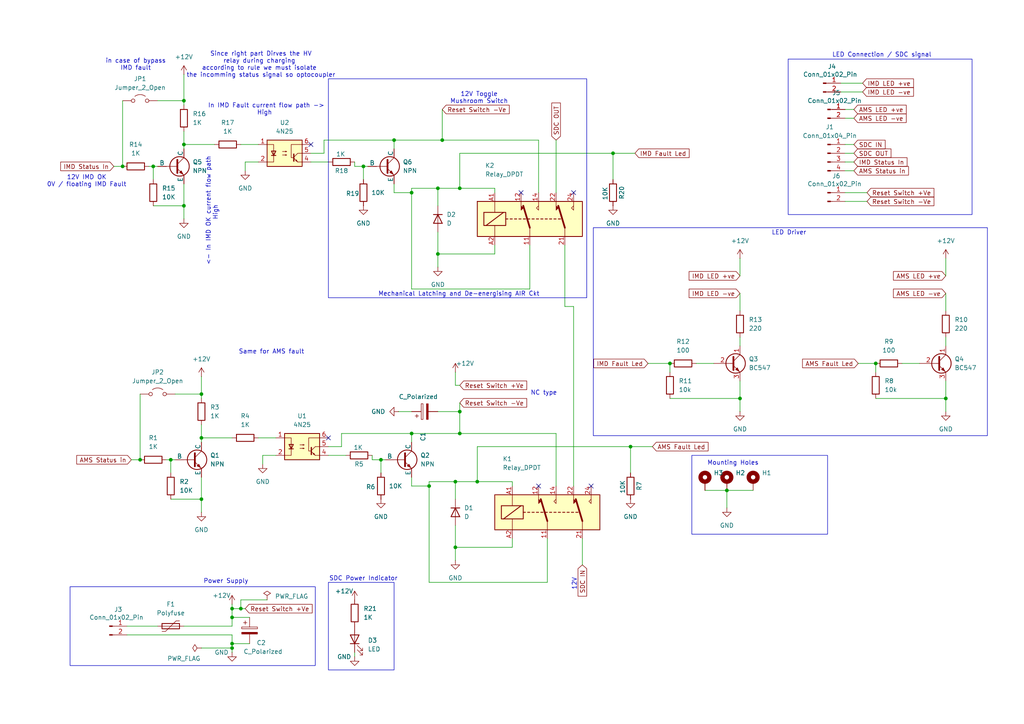
<source format=kicad_sch>
(kicad_sch (version 20231120) (generator "eeschema") (generator_version "8.0")
  (paper "A4")
  (title_block (title "Team Urja SDC 2024") (date "2024-09-06") (rev "V1") (company "Kathmandu University"))
  (lib_symbols
    (symbol "Connector:Conn_01x02_Pin" (pin_names (offset 1.016) hide)
      (property "Reference" "J" (at 0 2.54 0))
      (property "Value" "Conn_01x02_Pin" (at 0 -5.08 0))
      (symbol "Conn_01x02_Pin_1_1"
        (polyline (pts (xy 1.27 -2.54) (xy 0.8636 -2.54)) (stroke (width 0.1524)))
        (polyline (pts (xy 1.27 0) (xy 0.8636 0)) (stroke (width 0.1524)))
        (rectangle (start 0.8636 -2.413) (end 0 -2.667) (stroke (width 0.1524)) (fill (type outline)))
        (rectangle (start 0.8636 0.127) (end 0 -0.127) (stroke (width 0.1524)) (fill (type outline)))
        (pin passive line (at 5.08 0 180) (length 3.81) (name "Pin_1") (number "1"))
        (pin passive line (at 5.08 -2.54 180) (length 3.81) (name "Pin_2") (number "2"))
      )
    )
    (symbol "Connector:Conn_01x04_Pin" (pin_names (offset 1.016) hide)
      (property "Reference" "J" (at 0 5.08 0))
      (property "Value" "Conn_01x04_Pin" (at 0 -7.62 0))
      (symbol "Conn_01x04_Pin_1_1"
        (polyline (pts (xy 1.27 -5.08) (xy 0.8636 -5.08)) (stroke (width 0.1524)))
        (polyline (pts (xy 1.27 -2.54) (xy 0.8636 -2.54)) (stroke (width 0.1524)))
        (polyline (pts (xy 1.27 0) (xy 0.8636 0)) (stroke (width 0.1524)))
        (polyline (pts (xy 1.27 2.54) (xy 0.8636 2.54)) (stroke (width 0.1524)))
        (rectangle (start 0.8636 -4.953) (end 0 -5.207) (stroke (width 0.1524)) (fill (type outline)))
        (rectangle (start 0.8636 -2.413) (end 0 -2.667) (stroke (width 0.1524)) (fill (type outline)))
        (rectangle (start 0.8636 0.127) (end 0 -0.127) (stroke (width 0.1524)) (fill (type outline)))
        (rectangle (start 0.8636 2.667) (end 0 2.413) (stroke (width 0.1524)) (fill (type outline)))
        (pin passive line (at 5.08 2.54 180) (length 3.81) (name "Pin_1") (number "1"))
        (pin passive line (at 5.08 0 180) (length 3.81) (name "Pin_2") (number "2"))
        (pin passive line (at 5.08 -2.54 180) (length 3.81) (name "Pin_3") (number "3"))
        (pin passive line (at 5.08 -5.08 180) (length 3.81) (name "Pin_4") (number "4"))
      )
    )
    (symbol "Device:C_Polarized" (pin_numbers hide) (pin_names (offset 0.254))
      (property "Reference" "C" (at 0.635 2.54 0))
      (property "Value" "C_Polarized" (at 0.635 -2.54 0))
      (symbol "C_Polarized_0_1"
        (rectangle (start -2.286 0.508) (end 2.286 1.016))
        (polyline (pts (xy -1.778 2.286) (xy -0.762 2.286)))
        (polyline (pts (xy -1.27 2.794) (xy -1.27 1.778)))
        (rectangle (start 2.286 -0.508) (end -2.286 -1.016) (fill (type outline)))
      )
      (symbol "C_Polarized_1_1"
        (pin passive line (at 0 3.81 270) (length 2.794) (name "~") (number "1"))
        (pin passive line (at 0 -3.81 90) (length 2.794) (name "~") (number "2"))
      )
    )
    (symbol "Device:D" (pin_numbers hide) (pin_names (offset 1.016) hide)
      (property "Reference" "D" (at 0 2.54 0))
      (property "Value" "D" (at 0 -2.54 0))
      (symbol "D_0_1"
        (polyline (pts (xy -1.27 1.27) (xy -1.27 -1.27)) (stroke (width 0.254)))
        (polyline (pts (xy 1.27 0) (xy -1.27 0)))
        (polyline (pts (xy 1.27 1.27) (xy 1.27 -1.27) (xy -1.27 0) (xy 1.27 1.27)) (stroke (width 0.254)))
      )
      (symbol "D_1_1"
        (pin passive line (at -3.81 0 0) (length 2.54) (name "K") (number "1"))
        (pin passive line (at 3.81 0 180) (length 2.54) (name "A") (number "2"))
      )
    )
    (symbol "Device:LED" (pin_numbers hide) (pin_names (offset 1.016) hide)
      (property "Reference" "D" (at 0 2.54 0))
      (property "Value" "LED" (at 0 -2.54 0))
      (symbol "LED_0_1"
        (polyline (pts (xy -1.27 -1.27) (xy -1.27 1.27)) (stroke (width 0.254)))
        (polyline (pts (xy -1.27 0) (xy 1.27 0)))
        (polyline (pts (xy 1.27 -1.27) (xy 1.27 1.27) (xy -1.27 0) (xy 1.27 -1.27)) (stroke (width 0.254)))
        (polyline (pts (xy -3.048 -0.762) (xy -4.572 -2.286) (xy -3.81 -2.286) (xy -4.572 -2.286) (xy -4.572 -1.524)))
        (polyline (pts (xy -1.778 -0.762) (xy -3.302 -2.286) (xy -2.54 -2.286) (xy -3.302 -2.286) (xy -3.302 -1.524)))
      )
      (symbol "LED_1_1"
        (pin passive line (at -3.81 0 0) (length 2.54) (name "K") (number "1"))
        (pin passive line (at 3.81 0 180) (length 2.54) (name "A") (number "2"))
      )
    )
    (symbol "Device:Polyfuse" (pin_numbers hide) (pin_names (offset 0))
      (property "Reference" "F" (at -2.54 0 90))
      (property "Value" "Polyfuse" (at 2.54 0 90))
      (symbol "Polyfuse_0_1"
        (rectangle (start -0.762 2.54) (end 0.762 -2.54) (stroke (width 0.254)))
        (polyline (pts (xy 0 2.54) (xy 0 -2.54)))
        (polyline (pts (xy -1.524 2.54) (xy -1.524 1.524) (xy 1.524 -1.524) (xy 1.524 -2.54)))
      )
      (symbol "Polyfuse_1_1"
        (pin passive line (at 0 3.81 270) (length 1.27) (name "~") (number "1"))
        (pin passive line (at 0 -3.81 90) (length 1.27) (name "~") (number "2"))
      )
    )
    (symbol "Device:R" (pin_numbers hide) (pin_names (offset 0))
      (property "Reference" "R" (at 2.032 0 90))
      (property "Value" "R" (at 0 0 90))
      (symbol "R_0_1"
        (rectangle (start -1.016 -2.54) (end 1.016 2.54) (stroke (width 0.254)))
      )
      (symbol "R_1_1"
        (pin passive line (at 0 3.81 270) (length 1.27) (name "~") (number "1"))
        (pin passive line (at 0 -3.81 90) (length 1.27) (name "~") (number "2"))
      )
    )
    (symbol "Isolator:4N25" (pin_names (offset 1.016))
      (property "Reference" "U" (at -5.08 5.08 0))
      (property "Value" "4N25" (at 0 5.08 0))
      (symbol "4N25_0_1"
        (rectangle (start -5.08 3.81) (end 5.08 -3.81) (stroke (width 0.254)) (fill (type background)))
        (polyline (pts (xy -3.81 -0.635) (xy -2.54 -0.635)) (stroke (width 0.254)))
        (polyline (pts (xy 2.667 -1.397) (xy 3.81 -2.54)))
        (polyline (pts (xy 2.667 -1.143) (xy 3.81 0)))
        (polyline (pts (xy 3.81 -2.54) (xy 5.08 -2.54)))
        (polyline (pts (xy 3.81 0) (xy 5.08 0)))
        (polyline (pts (xy 2.667 -0.254) (xy 2.667 -2.286) (xy 2.667 -2.286)) (stroke (width 0.3556)))
        (polyline (pts (xy -5.08 -2.54) (xy -3.175 -2.54) (xy -3.175 2.54) (xy -5.08 2.54)))
        (polyline (pts (xy -3.175 -0.635) (xy -3.81 0.635) (xy -2.54 0.635) (xy -3.175 -0.635)) (stroke (width 0.254)))
        (polyline (pts (xy 3.683 -2.413) (xy 3.429 -1.905) (xy 3.175 -2.159) (xy 3.683 -2.413)))
        (polyline (pts (xy 5.08 2.54) (xy 1.905 2.54) (xy 1.905 -1.27) (xy 2.54 -1.27)))
        (polyline (pts (xy -0.635 -0.508) (xy 0.635 -0.508) (xy 0.254 -0.635) (xy 0.254 -0.381) (xy 0.635 -0.508)))
        (polyline (pts (xy -0.635 0.508) (xy 0.635 0.508) (xy 0.254 0.381) (xy 0.254 0.635) (xy 0.635 0.508)))
      )
      (symbol "4N25_1_1"
        (pin passive line (at -7.62 2.54 0) (length 2.54) (name "~") (number "1"))
        (pin passive line (at -7.62 -2.54 0) (length 2.54) (name "~") (number "2"))
        (pin no_connect line (at -5.08 0 0) (length 2.54) hide (name "NC") (number "3"))
        (pin passive line (at 7.62 -2.54 180) (length 2.54) (name "~") (number "4"))
        (pin passive line (at 7.62 0 180) (length 2.54) (name "~") (number "5"))
        (pin passive line (at 7.62 2.54 180) (length 2.54) (name "~") (number "6"))
      )
    )
    (symbol "Jumper:Jumper_2_Open" (pin_numbers hide) (pin_names (offset 0) hide) (exclude_from_sim yes)
      (property "Reference" "JP" (at 0 2.794 0))
      (property "Value" "Jumper_2_Open" (at 0 -2.286 0))
      (symbol "Jumper_2_Open_0_0"
        (circle (center -2.032 0) (radius 0.508))
        (circle (center 2.032 0) (radius 0.508))
      )
      (symbol "Jumper_2_Open_0_1"
        (arc (start 1.524 1.27) (mid 0 1.778) (end -1.524 1.27))
      )
      (symbol "Jumper_2_Open_1_1"
        (pin passive line (at -5.08 0 0) (length 2.54) (name "A") (number "1"))
        (pin passive line (at 5.08 0 180) (length 2.54) (name "B") (number "2"))
      )
    )
    (symbol "Mechanical:MountingHole_Pad" (pin_numbers hide) (pin_names (offset 1.016) hide) (exclude_from_sim yes) (in_bom no)
      (property "Reference" "H" (at 0 6.35 0))
      (property "Value" "MountingHole_Pad" (at 0 4.445 0))
      (symbol "MountingHole_Pad_0_1"
        (circle (center 0 1.27) (radius 1.27) (stroke (width 1.27)))
      )
      (symbol "MountingHole_Pad_1_1"
        (pin input line (at 0 -2.54 90) (length 2.54) (name "1") (number "1"))
      )
    )
    (symbol "Relay:Relay_DPDT"
      (property "Reference" "K" (at 16.51 3.81 0))
      (property "Value" "Relay_DPDT" (at 16.51 1.27 0))
      (symbol "Relay_DPDT_0_1"
        (rectangle (start -15.24 5.08) (end 15.24 -5.08) (stroke (width 0.254)) (fill (type background)))
        (rectangle (start -13.335 1.905) (end -6.985 -1.905) (stroke (width 0.254)))
        (polyline (pts (xy -12.7 -1.905) (xy -7.62 1.905)) (stroke (width 0.254)))
        (polyline (pts (xy -10.16 -5.08) (xy -10.16 -1.905)))
        (polyline (pts (xy -10.16 5.08) (xy -10.16 1.905)))
        (polyline (pts (xy -6.985 0) (xy -6.35 0)) (stroke (width 0.254)))
        (polyline (pts (xy -5.715 0) (xy -5.08 0)) (stroke (width 0.254)))
        (polyline (pts (xy -4.445 0) (xy -3.81 0)) (stroke (width 0.254)))
        (polyline (pts (xy -3.175 0) (xy -2.54 0)) (stroke (width 0.254)))
        (polyline (pts (xy -1.905 0) (xy -1.27 0)) (stroke (width 0.254)))
        (polyline (pts (xy -0.635 0) (xy 0 0)) (stroke (width 0.254)))
        (polyline (pts (xy 0 -2.54) (xy -1.905 3.81)) (stroke (width 0.508)))
        (polyline (pts (xy 0 -2.54) (xy 0 -5.08)))
        (polyline (pts (xy 0.635 0) (xy 1.27 0)) (stroke (width 0.254)))
        (polyline (pts (xy 1.905 0) (xy 2.54 0)) (stroke (width 0.254)))
        (polyline (pts (xy 3.175 0) (xy 3.81 0)) (stroke (width 0.254)))
        (polyline (pts (xy 4.445 0) (xy 5.08 0)) (stroke (width 0.254)))
        (polyline (pts (xy 5.715 0) (xy 6.35 0)) (stroke (width 0.254)))
        (polyline (pts (xy 6.985 0) (xy 7.62 0)) (stroke (width 0.254)))
        (polyline (pts (xy 8.255 0) (xy 8.89 0)) (stroke (width 0.254)))
        (polyline (pts (xy 10.16 -2.54) (xy 8.255 3.81)) (stroke (width 0.508)))
        (polyline (pts (xy 10.16 -2.54) (xy 10.16 -5.08)))
        (polyline (pts (xy -2.54 5.08) (xy -2.54 2.54) (xy -1.905 3.175) (xy -2.54 3.81)) (fill (type outline)))
        (polyline (pts (xy 2.54 5.08) (xy 2.54 2.54) (xy 1.905 3.175) (xy 2.54 3.81)))
        (polyline (pts (xy 7.62 5.08) (xy 7.62 2.54) (xy 8.255 3.175) (xy 7.62 3.81)) (fill (type outline)))
        (polyline (pts (xy 12.7 5.08) (xy 12.7 2.54) (xy 12.065 3.175) (xy 12.7 3.81)))
      )
      (symbol "Relay_DPDT_1_1"
        (pin passive line (at 0 -7.62 90) (length 2.54) (name "~") (number "11"))
        (pin passive line (at -2.54 7.62 270) (length 2.54) (name "~") (number "12"))
        (pin passive line (at 2.54 7.62 270) (length 2.54) (name "~") (number "14"))
        (pin passive line (at 10.16 -7.62 90) (length 2.54) (name "~") (number "21"))
        (pin passive line (at 7.62 7.62 270) (length 2.54) (name "~") (number "22"))
        (pin passive line (at 12.7 7.62 270) (length 2.54) (name "~") (number "24"))
        (pin passive line (at -10.16 7.62 270) (length 2.54) (name "~") (number "A1"))
        (pin passive line (at -10.16 -7.62 90) (length 2.54) (name "~") (number "A2"))
      )
    )
    (symbol "Simulation_SPICE:NPN" (pin_numbers hide) (pin_names (offset 0))
      (property "Reference" "Q" (at -2.54 7.62 0))
      (property "Value" "NPN" (at -2.54 5.08 0))
      (symbol "NPN_0_1"
        (polyline (pts (xy -2.54 0) (xy 0.635 0)) (stroke (width 0.1524)))
        (polyline (pts (xy 0.635 0.635) (xy 2.54 2.54)))
        (polyline (pts (xy 2.794 -1.27) (xy 2.794 -1.27)) (stroke (width 0.1524)))
        (polyline (pts (xy 2.794 -1.27) (xy 2.794 -1.27)) (stroke (width 0.1524)))
        (polyline (pts (xy 0.635 -0.635) (xy 2.54 -2.54) (xy 2.54 -2.54)))
        (polyline (pts (xy 0.635 1.905) (xy 0.635 -1.905) (xy 0.635 -1.905)) (stroke (width 0.508)))
        (polyline (pts (xy 1.27 -1.778) (xy 1.778 -1.27) (xy 2.286 -2.286) (xy 1.27 -1.778) (xy 1.27 -1.778)) (fill (type outline)))
        (circle (center 1.27 0) (radius 2.8194) (stroke (width 0.254)))
      )
      (symbol "NPN_1_1"
        (pin open_collector line (at 2.54 5.08 270) (length 2.54) (name "C") (number "1"))
        (pin input line (at -5.08 0 0) (length 2.54) (name "B") (number "2"))
        (pin open_emitter line (at 2.54 -5.08 90) (length 2.54) (name "E") (number "3"))
      )
    )
    (symbol "Transistor_BJT:BC547" (pin_names (offset 0) hide)
      (property "Reference" "Q" (at 5.08 1.905 0))
      (property "Value" "BC547" (at 5.08 0 0))
      (symbol "BC547_0_1"
        (polyline (pts (xy 0 0) (xy 0.635 0)))
        (polyline (pts (xy 0.635 0.635) (xy 2.54 2.54)))
        (polyline (pts (xy 0.635 -0.635) (xy 2.54 -2.54) (xy 2.54 -2.54)))
        (polyline (pts (xy 0.635 1.905) (xy 0.635 -1.905) (xy 0.635 -1.905)) (stroke (width 0.508)))
        (polyline (pts (xy 1.27 -1.778) (xy 1.778 -1.27) (xy 2.286 -2.286) (xy 1.27 -1.778) (xy 1.27 -1.778)) (fill (type outline)))
        (circle (center 1.27 0) (radius 2.8194) (stroke (width 0.254)))
      )
      (symbol "BC547_1_1"
        (pin passive line (at 2.54 5.08 270) (length 2.54) (name "C") (number "1"))
        (pin input line (at -5.08 0 0) (length 5.08) (name "B") (number "2"))
        (pin passive line (at 2.54 -5.08 90) (length 2.54) (name "E") (number "3"))
      )
    )
    (symbol "power:+12V" (power) (pin_numbers hide) (pin_names (offset 0) hide)
      (property "Value" "+12V" (at 0 3.556 0))
      (symbol "+12V_0_1"
        (polyline (pts (xy -0.762 1.27) (xy 0 2.54)))
        (polyline (pts (xy 0 0) (xy 0 2.54)))
        (polyline (pts (xy 0 2.54) (xy 0.762 1.27)))
      )
      (symbol "+12V_1_1"
        (pin power_in line (at 0 0 90) (length 0) (name "~") (number "1"))
      )
    )
    (symbol "power:GND" (power) (pin_numbers hide) (pin_names (offset 0) hide)
      (property "Value" "GND" (at 0 -3.81 0))
      (symbol "GND_0_1"
        (polyline (pts (xy 0 0) (xy 0 -1.27) (xy 1.27 -1.27) (xy 0 -2.54) (xy -1.27 -1.27) (xy 0 -1.27)))
      )
      (symbol "GND_1_1"
        (pin power_in line (at 0 0 270) (length 0) (name "~") (number "1"))
      )
    )
    (symbol "power:PWR_FLAG" (power) (pin_numbers hide) (pin_names (offset 0) hide)
      (property "Value" "PWR_FLAG" (at 0 3.81 0))
      (symbol "PWR_FLAG_0_0"
        (pin power_out line (at 0 0 90) (length 0) (name "~") (number "1"))
      )
      (symbol "PWR_FLAG_0_1"
        (polyline (pts (xy 0 0) (xy 0 1.27) (xy -1.016 1.905) (xy 0 2.54) (xy 1.016 1.905) (xy 0 1.27)))
      )
    )
  )
  (junction (at 210.82 142.24))
  (junction (at 49.53 133.35))
  (junction (at 53.34 41.91))
  (junction (at 133.35 54.61))
  (junction (at 114.3 40.64))
  (junction (at 127 54.61))
  (junction (at 133.35 125.73))
  (junction (at 177.8 44.45))
  (junction (at 119.38 125.73))
  (junction (at 127 73.66))
  (junction (at 58.42 127))
  (junction (at 182.88 129.54))
  (junction (at 67.31 187.96))
  (junction (at 40.64 133.35))
  (junction (at 138.43 139.7))
  (junction (at 194.31 105.41))
  (junction (at 58.42 114.3))
  (junction (at 53.34 59.69))
  (junction (at 58.42 144.78))
  (junction (at 132.08 158.75))
  (junction (at 119.38 55.88))
  (junction (at 35.56 48.26))
  (junction (at 133.35 119.38))
  (junction (at 67.31 179.07))
  (junction (at 128.27 40.64))
  (junction (at 105.41 48.26))
  (junction (at 132.08 139.7))
  (junction (at 67.31 176.53))
  (junction (at 53.34 29.21))
  (junction (at 124.46 140.97))
  (junction (at 67.31 186.69))
  (junction (at 44.45 48.26))
  (junction (at 254 105.41))
  (junction (at 110.49 133.35))
  (junction (at 69.85 176.53))
  (junction (at 274.32 115.57))
  (junction (at 214.63 115.57))
  (no_connect (at 171.45 140.97))
  (no_connect (at 166.37 55.88))
  (no_connect (at 95.25 127))
  (no_connect (at 90.17 41.91))
  (no_connect (at 151.13 55.88))
  (no_connect (at 156.21 140.97))
  (wire (pts (xy 128.27 40.64) (xy 156.21 40.64)))
  (wire (pts (xy 214.63 115.57) (xy 214.63 119.38)))
  (wire (pts (xy 274.32 115.57) (xy 274.32 119.38)))
  (wire (pts (xy 50.8 114.3) (xy 58.42 114.3)))
  (wire (pts (xy 166.37 88.9) (xy 163.83 88.9)))
  (wire (pts (xy 127 73.66) (xy 127 77.47)))
  (wire (pts (xy 49.53 133.35) (xy 49.53 137.16)))
  (wire (pts (xy 133.35 54.61) (xy 143.51 54.61)))
  (wire (pts (xy 74.93 127) (xy 80.01 127)))
  (wire (pts (xy 274.32 110.49) (xy 274.32 115.57)))
  (wire (pts (xy 133.35 116.84) (xy 133.35 119.38)))
  (wire (pts (xy 138.43 139.7) (xy 148.59 139.7)))
  (wire (pts (xy 58.42 144.78) (xy 58.42 148.59)))
  (wire (pts (xy 274.32 85.09) (xy 274.32 90.17)))
  (wire (pts (xy 119.38 140.97) (xy 124.46 140.97)))
  (wire (pts (xy 53.34 21.59) (xy 53.34 29.21)))
  (wire (pts (xy 182.88 129.54) (xy 182.88 137.16)))
  (wire (pts (xy 243.84 26.67) (xy 250.19 26.67)))
  (wire (pts (xy 107.95 133.35) (xy 107.95 132.08)))
  (wire (pts (xy 67.31 187.96) (xy 67.31 186.69)))
  (wire (pts (xy 67.31 176.53) (xy 69.85 176.53)))
  (wire (pts (xy 128.27 31.75) (xy 128.27 40.64)))
  (wire (pts (xy 67.31 186.69) (xy 67.31 184.15)))
  (wire (pts (xy 67.31 176.53) (xy 67.31 179.07)))
  (wire (pts (xy 90.17 46.99) (xy 95.25 46.99)))
  (wire (pts (xy 148.59 139.7) (xy 148.59 140.97)))
  (wire (pts (xy 132.08 111.76) (xy 133.35 111.76)))
  (wire (pts (xy 76.2 132.08) (xy 80.01 132.08)))
  (wire (pts (xy 214.63 97.79) (xy 214.63 100.33)))
  (wire (pts (xy 132.08 158.75) (xy 132.08 162.56)))
  (wire (pts (xy 114.3 55.88) (xy 119.38 55.88)))
  (wire (pts (xy 163.83 71.12) (xy 163.83 88.9)))
  (wire (pts (xy 243.84 24.13) (xy 250.19 24.13)))
  (wire (pts (xy 210.82 142.24) (xy 210.82 147.32)))
  (wire (pts (xy 105.41 48.26) (xy 106.68 48.26)))
  (wire (pts (xy 245.11 41.91) (xy 247.65 41.91)))
  (wire (pts (xy 67.31 184.15) (xy 36.83 184.15)))
  (wire (pts (xy 132.08 107.95) (xy 132.08 111.76)))
  (wire (pts (xy 132.08 152.4) (xy 132.08 158.75)))
  (wire (pts (xy 214.63 110.49) (xy 214.63 115.57)))
  (wire (pts (xy 53.34 181.61) (xy 67.31 181.61)))
  (wire (pts (xy 67.31 175.26) (xy 67.31 176.53)))
  (wire (pts (xy 128.27 40.64) (xy 114.3 40.64)))
  (wire (pts (xy 132.08 144.78) (xy 132.08 139.7)))
  (wire (pts (xy 182.88 129.54) (xy 189.23 129.54)))
  (wire (pts (xy 194.31 105.41) (xy 194.31 107.95)))
  (wire (pts (xy 124.46 140.97) (xy 124.46 168.91)))
  (wire (pts (xy 214.63 74.93) (xy 214.63 80.01)))
  (wire (pts (xy 248.92 105.41) (xy 254 105.41)))
  (wire (pts (xy 114.3 53.34) (xy 114.3 55.88)))
  (wire (pts (xy 48.26 133.35) (xy 49.53 133.35)))
  (wire (pts (xy 45.72 29.21) (xy 53.34 29.21)))
  (wire (pts (xy 107.95 133.35) (xy 110.49 133.35)))
  (wire (pts (xy 110.49 133.35) (xy 110.49 137.16)))
  (wire (pts (xy 127 54.61) (xy 133.35 54.61)))
  (wire (pts (xy 214.63 85.09) (xy 214.63 90.17)))
  (wire (pts (xy 115.57 119.38) (xy 119.38 119.38)))
  (wire (pts (xy 138.43 139.7) (xy 138.43 129.54)))
  (wire (pts (xy 245.11 34.29) (xy 247.65 34.29)))
  (wire (pts (xy 274.32 97.79) (xy 274.32 100.33)))
  (wire (pts (xy 132.08 139.7) (xy 138.43 139.7)))
  (wire (pts (xy 204.47 142.24) (xy 210.82 142.24)))
  (wire (pts (xy 194.31 115.57) (xy 214.63 115.57)))
  (wire (pts (xy 245.11 49.53) (xy 247.65 49.53)))
  (wire (pts (xy 67.31 179.07) (xy 67.31 181.61)))
  (wire (pts (xy 53.34 29.21) (xy 53.34 30.48)))
  (wire (pts (xy 210.82 142.24) (xy 218.44 142.24)))
  (wire (pts (xy 245.11 31.75) (xy 247.65 31.75)))
  (wire (pts (xy 53.34 41.91) (xy 62.23 41.91)))
  (wire (pts (xy 161.29 40.64) (xy 161.29 55.88)))
  (wire (pts (xy 148.59 158.75) (xy 148.59 156.21)))
  (wire (pts (xy 93.98 40.64) (xy 114.3 40.64)))
  (wire (pts (xy 133.35 119.38) (xy 133.35 125.73)))
  (wire (pts (xy 187.96 105.41) (xy 194.31 105.41)))
  (wire (pts (xy 124.46 139.7) (xy 132.08 139.7)))
  (wire (pts (xy 49.53 144.78) (xy 58.42 144.78)))
  (wire (pts (xy 153.67 71.12) (xy 153.67 83.82)))
  (wire (pts (xy 43.18 48.26) (xy 44.45 48.26)))
  (wire (pts (xy 201.93 105.41) (xy 207.01 105.41)))
  (wire (pts (xy 93.98 44.45) (xy 93.98 40.64)))
  (wire (pts (xy 261.62 105.41) (xy 266.7 105.41)))
  (wire (pts (xy 49.53 133.35) (xy 50.8 133.35)))
  (wire (pts (xy 156.21 40.64) (xy 156.21 55.88)))
  (wire (pts (xy 143.51 54.61) (xy 143.51 55.88)))
  (wire (pts (xy 102.87 48.26) (xy 105.41 48.26)))
  (wire (pts (xy 53.34 41.91) (xy 53.34 43.18)))
  (wire (pts (xy 114.3 40.64) (xy 114.3 43.18)))
  (wire (pts (xy 166.37 140.97) (xy 166.37 88.9)))
  (wire (pts (xy 67.31 186.69) (xy 72.39 186.69)))
  (wire (pts (xy 119.38 55.88) (xy 119.38 83.82)))
  (wire (pts (xy 127 67.31) (xy 127 73.66)))
  (wire (pts (xy 274.32 74.93) (xy 274.32 80.01)))
  (wire (pts (xy 133.35 125.73) (xy 161.29 125.73)))
  (wire (pts (xy 58.42 114.3) (xy 58.42 115.57)))
  (wire (pts (xy 44.45 48.26) (xy 45.72 48.26)))
  (wire (pts (xy 119.38 138.43) (xy 119.38 140.97)))
  (wire (pts (xy 245.11 46.99) (xy 247.65 46.99)))
  (wire (pts (xy 158.75 156.21) (xy 158.75 168.91)))
  (wire (pts (xy 132.08 158.75) (xy 148.59 158.75)))
  (wire (pts (xy 58.42 187.96) (xy 67.31 187.96)))
  (wire (pts (xy 133.35 54.61) (xy 133.35 44.45)))
  (wire (pts (xy 245.11 55.88) (xy 251.46 55.88)))
  (wire (pts (xy 71.12 46.99) (xy 74.93 46.99)))
  (wire (pts (xy 44.45 48.26) (xy 44.45 52.07)))
  (wire (pts (xy 99.06 125.73) (xy 119.38 125.73)))
  (wire (pts (xy 102.87 189.23) (xy 102.87 190.5)))
  (wire (pts (xy 38.1 133.35) (xy 40.64 133.35)))
  (wire (pts (xy 53.34 53.34) (xy 53.34 59.69)))
  (wire (pts (xy 254 105.41) (xy 254 107.95)))
  (wire (pts (xy 95.25 132.08) (xy 100.33 132.08)))
  (wire (pts (xy 119.38 125.73) (xy 119.38 128.27)))
  (wire (pts (xy 177.8 44.45) (xy 177.8 52.07)))
  (wire (pts (xy 143.51 73.66) (xy 143.51 71.12)))
  (wire (pts (xy 110.49 133.35) (xy 111.76 133.35)))
  (wire (pts (xy 161.29 125.73) (xy 161.29 140.97)))
  (wire (pts (xy 90.17 44.45) (xy 93.98 44.45)))
  (wire (pts (xy 127 73.66) (xy 143.51 73.66)))
  (wire (pts (xy 119.38 54.61) (xy 127 54.61)))
  (wire (pts (xy 69.85 173.99) (xy 69.85 176.53)))
  (wire (pts (xy 254 115.57) (xy 274.32 115.57)))
  (wire (pts (xy 69.85 41.91) (xy 74.93 41.91)))
  (wire (pts (xy 127 59.69) (xy 127 54.61)))
  (wire (pts (xy 133.35 125.73) (xy 119.38 125.73)))
  (wire (pts (xy 58.42 123.19) (xy 58.42 127)))
  (wire (pts (xy 58.42 109.22) (xy 58.42 114.3)))
  (wire (pts (xy 77.47 173.99) (xy 69.85 173.99)))
  (wire (pts (xy 153.67 83.82) (xy 119.38 83.82)))
  (wire (pts (xy 168.91 156.21) (xy 168.91 163.83)))
  (wire (pts (xy 35.56 29.21) (xy 35.56 48.26)))
  (wire (pts (xy 53.34 38.1) (xy 53.34 41.91)))
  (wire (pts (xy 69.85 176.53) (xy 71.12 176.53)))
  (wire (pts (xy 67.31 189.23) (xy 67.31 187.96)))
  (wire (pts (xy 177.8 44.45) (xy 184.15 44.45)))
  (wire (pts (xy 44.45 59.69) (xy 53.34 59.69)))
  (wire (pts (xy 67.31 179.07) (xy 72.39 179.07)))
  (wire (pts (xy 245.11 58.42) (xy 251.46 58.42)))
  (wire (pts (xy 76.2 132.08) (xy 76.2 134.62)))
  (wire (pts (xy 102.87 48.26) (xy 102.87 46.99)))
  (wire (pts (xy 105.41 48.26) (xy 105.41 52.07)))
  (wire (pts (xy 99.06 129.54) (xy 99.06 125.73)))
  (wire (pts (xy 127 119.38) (xy 133.35 119.38)))
  (wire (pts (xy 124.46 139.7) (xy 124.46 140.97)))
  (wire (pts (xy 40.64 114.3) (xy 40.64 133.35)))
  (wire (pts (xy 245.11 44.45) (xy 247.65 44.45)))
  (wire (pts (xy 53.34 59.69) (xy 53.34 63.5)))
  (wire (pts (xy 58.42 127) (xy 58.42 128.27)))
  (wire (pts (xy 58.42 138.43) (xy 58.42 144.78)))
  (wire (pts (xy 95.25 129.54) (xy 99.06 129.54)))
  (wire (pts (xy 58.42 127) (xy 67.31 127)))
  (wire (pts (xy 133.35 44.45) (xy 177.8 44.45)))
  (wire (pts (xy 33.02 48.26) (xy 35.56 48.26)))
  (wire (pts (xy 138.43 129.54) (xy 182.88 129.54)))
  (wire (pts (xy 36.83 181.61) (xy 45.72 181.61)))
  (wire (pts (xy 158.75 168.91) (xy 124.46 168.91)))
  (wire (pts (xy 119.38 54.61) (xy 119.38 55.88)))
  (wire (pts (xy 71.12 46.99) (xy 71.12 49.53)))
  (rectangle (start 20.32 170.18) (end 91.44 193.04))
  (rectangle (start 95.25 22.86) (end 170.18 86.36))
  (rectangle (start 228.6 17.145) (end 281.94 62.23))
  (rectangle (start 95.25 168.91) (end 114.3 194.31))
  (rectangle (start 172.085 66.04) (end 286.385 126.365))
  (rectangle (start 200.66 132.08) (end 240.03 154.94))
  (text "Power Supply\n" (at 65.532 168.656 0) (effects (font (size 1.27 1.27))))
  (text "LED Connection / SDC signal\n" (at 255.778 16.002 0) (effects (font (size 1.27 1.27))))
  (text "LED Driver\n" (at 228.854 67.564 0) (effects (font (size 1.27 1.27))))
  (text "Same for AMS fault" (at 78.74 102.108 0) (effects (font (size 1.27 1.27))))
  (text "12V Toggle \nMushroom Switch " (at 139.446 28.448 0) (effects (font (size 1.27 1.27))))
  (text "in case of bypass\nIMD fault" (at 39.37 18.796 0) (effects (font (size 1.27 1.27))))
  (text "Mechanical Latching and De-energising AIR Ckt" (at 133.096 85.344 0) (effects (font (size 1.27 1.27))))
  (text "In IMD Fault current flow path ->\nHigh " (at 77.216 31.75 0) (effects (font (size 1.27 1.27))))
  (text "Since right part Dirves the HV\nrelay during charging \naccording to rule we must isolate \nthe incomming status signal so optocoupler" (at 75.692 18.796 0) (effects (font (size 1.27 1.27))))
  (text "NC type\n" (at 157.734 114.046 0) (effects (font (size 1.27 1.27))))
  (text "12V IMD OK\n0V / floating IMD Fault" (at 25.146 52.578 0) (effects (font (size 1.27 1.27))))
  (text "Mounting Holes" (at 212.598 134.366 0) (effects (font (size 1.27 1.27))))
  (text "SDC Power Indicator" (at 105.41 167.894 0) (effects (font (size 1.27 1.27))))
  (text "12V" (at 166.624 169.418 90) (effects (font (size 1.27 1.27))))
  (text "<- In IMD OK current flow path\nHigh " (at 61.468 61.214 90) (effects (font (size 1.27 1.27))))
  (global_label "AMS Status in" (shape input) (at 247.65 49.53 0) (property "Intersheetrefs" "${INTERSHEET_REFS}" (effects (hide yes))))
  (global_label "Reset Switch +Ve" (shape input) (at 71.12 176.53 0) (property "Intersheetrefs" "${INTERSHEET_REFS}" (effects (hide yes))))
  (global_label "SDC OUT" (shape input) (at 247.65 44.45 0) (property "Intersheetrefs" "${INTERSHEET_REFS}" (effects (hide yes))))
  (global_label "IMD Status In" (shape input) (at 247.65 46.99 0) (property "Intersheetrefs" "${INTERSHEET_REFS}" (effects (hide yes))))
  (global_label "IMD LED -ve" (shape input) (at 250.19 26.67 0) (property "Intersheetrefs" "${INTERSHEET_REFS}" (effects (hide yes))))
  (global_label "SDC OUT" (shape input) (at 161.29 40.64 90) (property "Intersheetrefs" "${INTERSHEET_REFS}" (effects (hide yes))))
  (global_label "Reset Switch -Ve" (shape input) (at 251.46 58.42 0) (property "Intersheetrefs" "${INTERSHEET_REFS}" (effects (hide yes))))
  (global_label "Reset Switch -Ve" (shape input) (at 133.35 116.84 0) (property "Intersheetrefs" "${INTERSHEET_REFS}" (effects (hide yes))))
  (global_label "AMS Fault Led" (shape input) (at 189.23 129.54 0) (property "Intersheetrefs" "${INTERSHEET_REFS}" (effects (hide yes))))
  (global_label "IMD Fault Led" (shape input) (at 184.15 44.45 0) (property "Intersheetrefs" "${INTERSHEET_REFS}" (effects (hide yes))))
  (global_label "IMD LED +ve" (shape input) (at 250.19 24.13 0) (property "Intersheetrefs" "${INTERSHEET_REFS}" (effects (hide yes))))
  (global_label "Reset Switch +Ve" (shape input) (at 251.46 55.88 0) (property "Intersheetrefs" "${INTERSHEET_REFS}" (effects (hide yes))))
  (global_label "IMD Status In" (shape input) (at 33.02 48.26 180) (property "Intersheetrefs" "${INTERSHEET_REFS}" (effects (hide yes))))
  (global_label "IMD Fault Led" (shape input) (at 187.96 105.41 180) (property "Intersheetrefs" "${INTERSHEET_REFS}" (effects (hide yes))))
  (global_label "AMS LED -ve" (shape input) (at 247.65 34.29 0) (property "Intersheetrefs" "${INTERSHEET_REFS}" (effects (hide yes))))
  (global_label "AMS Status in" (shape input) (at 38.1 133.35 180) (property "Intersheetrefs" "${INTERSHEET_REFS}" (effects (hide yes))))
  (global_label "IMD LED -ve" (shape input) (at 214.63 85.09 180) (property "Intersheetrefs" "${INTERSHEET_REFS}" (effects (hide yes))))
  (global_label "Reset Switch -Ve" (shape input) (at 128.27 31.75 0) (property "Intersheetrefs" "${INTERSHEET_REFS}" (effects (hide yes))))
  (global_label "IMD LED +ve" (shape input) (at 214.63 80.01 180) (property "Intersheetrefs" "${INTERSHEET_REFS}" (effects (hide yes))))
  (global_label "Reset Switch +Ve" (shape input) (at 133.35 111.76 0) (property "Intersheetrefs" "${INTERSHEET_REFS}" (effects (hide yes))))
  (global_label "AMS LED +ve" (shape input) (at 247.65 31.75 0) (property "Intersheetrefs" "${INTERSHEET_REFS}" (effects (hide yes))))
  (global_label "SDC IN" (shape input) (at 247.65 41.91 0) (property "Intersheetrefs" "${INTERSHEET_REFS}" (effects (hide yes))))
  (global_label "AMS LED +ve" (shape input) (at 274.32 80.01 180) (property "Intersheetrefs" "${INTERSHEET_REFS}" (effects (hide yes))))
  (global_label "AMS Fault Led" (shape input) (at 248.92 105.41 180) (property "Intersheetrefs" "${INTERSHEET_REFS}" (effects (hide yes))))
  (global_label "SDC IN" (shape input) (at 168.91 163.83 270) (property "Intersheetrefs" "${INTERSHEET_REFS}" (effects (hide yes))))
  (global_label "AMS LED -ve" (shape input) (at 274.32 85.09 180) (property "Intersheetrefs" "${INTERSHEET_REFS}" (effects (hide yes))))
  (symbol (lib_id "Connector:Conn_01x02_Pin") (at 240.03 31.75 0) (unit 1)
    (property "Reference" "J5" (at 242.57 26.924 0))
    (property "Value" "Conn_01x02_Pin" (at 242.062 29.21 0))
    (property "Footprint" "Connector_PinHeader_2.54mm:PinHeader_1x02_P2.54mm_Vertical" (effects (hide yes)))
    (property "Description" "Generic connector, single row, 01x02, script generated" (effects (hide yes)))
  )
  (symbol (lib_id "Device:D") (at 132.08 148.59 270) (unit 1)
    (property "Reference" "D1" (at 134.62 147.3199 90) (effects (justify left)))
    (property "Value" "D" (at 134.62 149.8599 90) (effects (justify left)))
    (property "Footprint" "Diode_THT:D_A-405_P7.62mm_Horizontal" (effects (hide yes)))
    (property "Description" "Diode" (effects (hide yes)))
    (property "Sim.Device" "D" (effects (hide yes)))
    (property "Sim.Pins" "1=K 2=A" (effects (hide yes)))
  )
  (symbol (lib_id "Device:R") (at 104.14 132.08 270) (unit 1)
    (property "Reference" "R5" (at 104.14 134.62 90))
    (property "Value" "1K" (at 103.886 129.794 90))
    (property "Footprint" "Resistor_THT:R_Axial_DIN0207_L6.3mm_D2.5mm_P7.62mm_Horizontal" (effects (hide yes)))
    (property "Description" "Resistor" (effects (hide yes)))
  )
  (symbol (lib_id "Device:R") (at 257.81 105.41 90) (unit 1)
    (property "Reference" "R9" (at 257.81 99.06 90))
    (property "Value" "100" (at 257.81 101.6 90))
    (property "Footprint" "Resistor_THT:R_Axial_DIN0204_L3.6mm_D1.6mm_P7.62mm_Horizontal" (effects (hide yes)))
    (property "Description" "Resistor" (effects (hide yes)))
  )
  (symbol (lib_id "power:GND") (at 110.49 144.78 0) (unit 1)
    (property "Reference" "#PWR04" (effects (hide yes)))
    (property "Value" "GND" (at 110.49 149.86 0))
    (property "Description" "Power symbol creates a global label with name \"GND\" , ground" (effects (hide yes)))
  )
  (symbol (lib_id "Device:R") (at 39.37 48.26 90) (unit 1)
    (property "Reference" "R14" (at 39.37 41.91 90))
    (property "Value" "1K" (at 39.37 44.45 90))
    (property "Footprint" "Resistor_THT:R_Axial_DIN0207_L6.3mm_D2.5mm_P7.62mm_Horizontal" (effects (hide yes)))
    (property "Description" "Resistor" (effects (hide yes)))
  )
  (symbol (lib_id "Connector:Conn_01x02_Pin") (at 238.76 24.13 0) (unit 1)
    (property "Reference" "J4" (at 241.3 19.304 0))
    (property "Value" "Conn_01x02_Pin" (at 240.792 21.59 0))
    (property "Footprint" "Connector_PinHeader_2.54mm:PinHeader_1x02_P2.54mm_Vertical" (effects (hide yes)))
    (property "Description" "Generic connector, single row, 01x02, script generated" (effects (hide yes)))
  )
  (symbol (lib_id "Device:LED") (at 102.87 185.42 90) (unit 1)
    (property "Reference" "D3" (at 106.68 185.7374 90) (effects (justify right)))
    (property "Value" "LED" (at 106.68 188.2774 90) (effects (justify right)))
    (property "Footprint" "LED_THT:LED_D5.0mm" (effects (hide yes)))
    (property "Description" "Light emitting diode" (effects (hide yes)))
  )
  (symbol (lib_id "power:GND") (at 132.08 162.56 0) (unit 1)
    (property "Reference" "#PWR06" (effects (hide yes)))
    (property "Value" "GND" (at 132.08 167.64 0))
    (property "Description" "Power symbol creates a global label with name \"GND\" , ground" (effects (hide yes)))
  )
  (symbol (lib_id "Connector:Conn_01x02_Pin") (at 240.03 55.88 0) (unit 1)
    (property "Reference" "J6" (at 242.57 51.054 0))
    (property "Value" "Conn_01x02_Pin" (at 242.062 53.34 0))
    (property "Footprint" "Connector_PinHeader_2.54mm:PinHeader_1x02_P2.54mm_Vertical" (effects (hide yes)))
    (property "Description" "Generic connector, single row, 01x02, script generated" (effects (hide yes)))
  )
  (symbol (lib_id "Device:R") (at 53.34 34.29 180) (unit 1)
    (property "Reference" "R16" (at 55.88 33.0199 0) (effects (justify right)))
    (property "Value" "1K" (at 55.88 35.5599 0) (effects (justify right)))
    (property "Footprint" "Resistor_THT:R_Axial_DIN0207_L6.3mm_D2.5mm_P7.62mm_Horizontal" (effects (hide yes)))
    (property "Description" "Resistor" (effects (hide yes)))
  )
  (symbol (lib_id "power:+12V") (at 214.63 74.93 0) (unit 1)
    (property "Reference" "#PWR012" (effects (hide yes)))
    (property "Value" "+12V" (at 214.63 69.85 0))
    (property "Description" "Power symbol creates a global label with name \"+12V\"" (effects (hide yes)))
  )
  (symbol (lib_id "Device:R") (at 214.63 93.98 0) (unit 1)
    (property "Reference" "R13" (at 217.17 92.7099 0) (effects (justify left)))
    (property "Value" "220" (at 217.17 95.2499 0) (effects (justify left)))
    (property "Footprint" "Resistor_THT:R_Axial_DIN0204_L3.6mm_D1.6mm_P7.62mm_Horizontal" (effects (hide yes)))
    (property "Description" "Resistor" (effects (hide yes)))
  )
  (symbol (lib_id "Device:R") (at 105.41 55.88 0) (unit 1)
    (property "Reference" "R19" (at 100.33 56.134 0) (effects (justify left)))
    (property "Value" "10K" (at 107.696 55.88 0) (effects (justify left)))
    (property "Footprint" "Resistor_THT:R_Axial_DIN0207_L6.3mm_D2.5mm_P7.62mm_Horizontal" (effects (hide yes)))
    (property "Description" "Resistor" (effects (hide yes)))
  )
  (symbol (lib_id "power:GND") (at 71.12 49.53 0) (unit 1)
    (property "Reference" "#PWR016" (effects (hide yes)))
    (property "Value" "GND" (at 71.12 54.61 0))
    (property "Description" "Power symbol creates a global label with name \"GND\" , ground" (effects (hide yes)))
  )
  (symbol (lib_id "Device:R") (at 66.04 41.91 270) (unit 1)
    (property "Reference" "R17" (at 66.04 35.56 90))
    (property "Value" "1K" (at 66.04 38.1 90))
    (property "Footprint" "Resistor_THT:R_Axial_DIN0207_L6.3mm_D2.5mm_P7.62mm_Horizontal" (effects (hide yes)))
    (property "Description" "Resistor" (effects (hide yes)))
  )
  (symbol (lib_id "power:GND") (at 58.42 148.59 0) (unit 1)
    (property "Reference" "#PWR02" (effects (hide yes)))
    (property "Value" "GND" (at 58.42 153.67 0))
    (property "Description" "Power symbol creates a global label with name \"GND\" , ground" (effects (hide yes)))
  )
  (symbol (lib_id "power:GND") (at 102.87 190.5 0) (unit 1)
    (property "Reference" "#PWR022" (effects (hide yes)))
    (property "Value" "GND" (at 99.822 190.5 0))
    (property "Description" "Power symbol creates a global label with name \"GND\" , ground" (effects (hide yes)))
  )
  (symbol (lib_id "Device:R") (at 254 111.76 180) (unit 1)
    (property "Reference" "R8" (at 256.54 110.4899 0) (effects (justify right)))
    (property "Value" "10k" (at 256.54 113.0299 0) (effects (justify right)))
    (property "Footprint" "Resistor_THT:R_Axial_DIN0204_L3.6mm_D1.6mm_P7.62mm_Horizontal" (effects (hide yes)))
    (property "Description" "Resistor" (effects (hide yes)))
  )
  (symbol (lib_id "Simulation_SPICE:NPN") (at 111.76 48.26 0) (unit 1)
    (property "Reference" "Q6" (at 116.84 46.9899 0) (effects (justify left)))
    (property "Value" "NPN" (at 116.84 49.5299 0) (effects (justify left)))
    (property "Footprint" "Package_TO_SOT_THT:TO-92_Inline_Wide" (effects (hide yes)))
    (property "Datasheet" "https://ngspice.sourceforge.io/docs/ngspice-html-manual/manual.xhtml#cha_BJTs" (effects (hide yes)))
    (property "Description" "Bipolar transistor symbol for simulation only, substrate tied to the emitter" (effects (hide yes)))
    (property "Sim.Device" "NPN" (effects (hide yes)))
    (property "Sim.Type" "GUMMELPOON" (effects (hide yes)))
    (property "Sim.Pins" "1=C 2=B 3=E" (effects (hide yes)))
  )
  (symbol (lib_id "Device:R") (at 99.06 46.99 270) (unit 1)
    (property "Reference" "R18" (at 99.06 49.53 90))
    (property "Value" "1K" (at 98.806 44.704 90))
    (property "Footprint" "Resistor_THT:R_Axial_DIN0207_L6.3mm_D2.5mm_P7.62mm_Horizontal" (effects (hide yes)))
    (property "Description" "Resistor" (effects (hide yes)))
  )
  (symbol (lib_id "power:+12V") (at 102.87 173.99 0) (unit 1)
    (property "Reference" "#PWR021" (effects (hide yes)))
    (property "Value" "+12V" (at 99.822 171.45 0))
    (property "Description" "Power symbol creates a global label with name \"+12V\"" (effects (hide yes)))
  )
  (symbol (lib_id "power:+12V") (at 132.08 107.95 0) (unit 1)
    (property "Reference" "#PWR05" (effects (hide yes)))
    (property "Value" "+12V" (at 134.874 105.41 0))
    (property "Description" "Power symbol creates a global label with name \"+12V\"" (effects (hide yes)))
  )
  (symbol (lib_id "Device:R") (at 44.45 133.35 90) (unit 1)
    (property "Reference" "R1" (at 44.45 127 90))
    (property "Value" "1K" (at 44.45 129.54 90))
    (property "Footprint" "Resistor_THT:R_Axial_DIN0207_L6.3mm_D2.5mm_P7.62mm_Horizontal" (effects (hide yes)))
    (property "Description" "Resistor" (effects (hide yes)))
  )
  (symbol (lib_id "Transistor_BJT:BC547") (at 271.78 105.41 0) (unit 1)
    (property "Reference" "Q4" (at 276.86 104.1399 0) (effects (justify left)))
    (property "Value" "BC547" (at 276.86 106.6799 0) (effects (justify left)))
    (property "Footprint" "Package_TO_SOT_THT:TO-92_Inline" (effects (hide yes)))
    (property "Datasheet" "https://www.onsemi.com/pub/Collateral/BC550-D.pdf" (effects (hide yes)))
    (property "Description" "0.1A Ic, 45V Vce, Small Signal NPN Transistor, TO-92" (effects (hide yes)))
  )
  (symbol (lib_id "Device:C_Polarized") (at 123.19 119.38 90) (unit 1)
    (property "Reference" "C1" (at 122.682 128.016 0) (effects (justify left)))
    (property "Value" "C_Polarized" (at 127 115.062 90) (effects (justify left)))
    (property "Footprint" "Capacitor_THT:CP_Radial_D12.5mm_P7.50mm" (effects (hide yes)))
    (property "Description" "Polarized capacitor" (effects (hide yes)))
  )
  (symbol (lib_id "power:+12V") (at 274.32 74.93 0) (unit 1)
    (property "Reference" "#PWR010" (effects (hide yes)))
    (property "Value" "+12V" (at 274.32 69.85 0))
    (property "Description" "Power symbol creates a global label with name \"+12V\"" (effects (hide yes)))
  )
  (symbol (lib_id "Jumper:Jumper_2_Open") (at 40.64 29.21 0) (unit 1) (exclude_from_sim yes)
    (property "Reference" "JP1" (at 40.64 22.86 0))
    (property "Value" "Jumper_2_Open" (at 40.64 25.4 0))
    (property "Footprint" "Connector_PinHeader_2.54mm:PinHeader_1x02_P2.54mm_Vertical" (effects (hide yes)))
    (property "Description" "Jumper, 2-pole, open" (effects (hide yes)))
  )
  (symbol (lib_id "Device:R") (at 58.42 119.38 180) (unit 1)
    (property "Reference" "R3" (at 60.96 118.1099 0) (effects (justify right)))
    (property "Value" "1K" (at 60.96 120.6499 0) (effects (justify right)))
    (property "Footprint" "Resistor_THT:R_Axial_DIN0207_L6.3mm_D2.5mm_P7.62mm_Horizontal" (effects (hide yes)))
    (property "Description" "Resistor" (effects (hide yes)))
  )
  (symbol (lib_id "power:GND") (at 214.63 119.38 0) (unit 1)
    (property "Reference" "#PWR013" (effects (hide yes)))
    (property "Value" "GND" (at 214.63 124.46 0))
    (property "Description" "Power symbol creates a global label with name \"GND\" , ground" (effects (hide yes)))
  )
  (symbol (lib_id "power:GND") (at 76.2 134.62 0) (unit 1)
    (property "Reference" "#PWR03" (effects (hide yes)))
    (property "Value" "GND" (at 76.2 139.7 0))
    (property "Description" "Power symbol creates a global label with name \"GND\" , ground" (effects (hide yes)))
  )
  (symbol (lib_id "power:GND") (at 127 77.47 0) (unit 1)
    (property "Reference" "#PWR019" (effects (hide yes)))
    (property "Value" "GND" (at 127 82.55 0))
    (property "Description" "Power symbol creates a global label with name \"GND\" , ground" (effects (hide yes)))
  )
  (symbol (lib_id "Device:R") (at 177.8 55.88 0) (unit 1)
    (property "Reference" "R20" (at 180.34 55.88 90))
    (property "Value" "10K" (at 175.514 56.134 90))
    (property "Footprint" "Resistor_THT:R_Axial_DIN0207_L6.3mm_D2.5mm_P7.62mm_Horizontal" (effects (hide yes)))
    (property "Description" "Resistor" (effects (hide yes)))
  )
  (symbol (lib_id "Jumper:Jumper_2_Open") (at 45.72 114.3 0) (unit 1) (exclude_from_sim yes)
    (property "Reference" "JP2" (at 45.72 107.95 0))
    (property "Value" "Jumper_2_Open" (at 45.72 110.49 0))
    (property "Footprint" "Connector_PinHeader_2.54mm:PinHeader_1x02_P2.54mm_Vertical" (effects (hide yes)))
    (property "Description" "Jumper, 2-pole, open" (effects (hide yes)))
  )
  (symbol (lib_id "Simulation_SPICE:NPN") (at 116.84 133.35 0) (unit 1)
    (property "Reference" "Q2" (at 121.92 132.0799 0) (effects (justify left)))
    (property "Value" "NPN" (at 121.92 134.6199 0) (effects (justify left)))
    (property "Footprint" "Package_TO_SOT_THT:TO-92_Inline_Wide" (effects (hide yes)))
    (property "Datasheet" "https://ngspice.sourceforge.io/docs/ngspice-html-manual/manual.xhtml#cha_BJTs" (effects (hide yes)))
    (property "Description" "Bipolar transistor symbol for simulation only, substrate tied to the emitter" (effects (hide yes)))
    (property "Sim.Device" "NPN" (effects (hide yes)))
    (property "Sim.Type" "GUMMELPOON" (effects (hide yes)))
    (property "Sim.Pins" "1=C 2=B 3=E" (effects (hide yes)))
  )
  (symbol (lib_id "Device:Polyfuse") (at 49.53 181.61 90) (unit 1)
    (property "Reference" "F1" (at 49.53 175.26 90))
    (property "Value" "Polyfuse" (at 49.53 177.8 90))
    (property "Footprint" "Fuse:Fuse_BelFuse_0ZRE0008FF_L8.3mm_W3.8mm" (effects (hide yes)))
    (property "Description" "Resettable fuse, polymeric positive temperature coefficient" (effects (hide yes)))
  )
  (symbol (lib_id "power:GND") (at 67.31 189.23 0) (unit 1)
    (property "Reference" "#PWR09" (effects (hide yes)))
    (property "Value" "GND" (at 64.262 189.23 0))
    (property "Description" "Power symbol creates a global label with name \"GND\" , ground" (effects (hide yes)))
  )
  (symbol (lib_id "Relay:Relay_DPDT") (at 158.75 148.59 0) (unit 1)
    (property "Reference" "K1" (at 145.796 133.096 0) (effects (justify left)))
    (property "Value" "Relay_DPDT" (at 145.796 135.636 0) (effects (justify left)))
    (property "Footprint" "Relay_THT:Relay_DPDT_Finder_40.52" (effects (hide yes)))
    (property "Description" "Monostable Relay DPDT, EN50005 " (effects (hide yes)))
  )
  (symbol (lib_id "Device:R") (at 71.12 127 270) (unit 1)
    (property "Reference" "R4" (at 71.12 120.65 90))
    (property "Value" "1K" (at 71.12 123.19 90))
    (property "Footprint" "Resistor_THT:R_Axial_DIN0207_L6.3mm_D2.5mm_P7.62mm_Horizontal" (effects (hide yes)))
    (property "Description" "Resistor" (effects (hide yes)))
  )
  (symbol (lib_id "Device:R") (at 44.45 55.88 180) (unit 1)
    (property "Reference" "R15" (at 46.99 54.6099 0) (effects (justify right)))
    (property "Value" "10K" (at 46.99 57.1499 0) (effects (justify right)))
    (property "Footprint" "Resistor_THT:R_Axial_DIN0207_L6.3mm_D2.5mm_P7.62mm_Horizontal" (effects (hide yes)))
    (property "Description" "Resistor" (effects (hide yes)))
  )
  (symbol (lib_id "Simulation_SPICE:NPN") (at 55.88 133.35 0) (unit 1)
    (property "Reference" "Q1" (at 60.96 132.0799 0) (effects (justify left)))
    (property "Value" "NPN" (at 60.96 134.6199 0) (effects (justify left)))
    (property "Footprint" "Package_TO_SOT_THT:TO-92L_Inline_Wide" (effects (hide yes)))
    (property "Datasheet" "https://ngspice.sourceforge.io/docs/ngspice-html-manual/manual.xhtml#cha_BJTs" (effects (hide yes)))
    (property "Description" "Bipolar transistor symbol for simulation only, substrate tied to the emitter" (effects (hide yes)))
    (property "Sim.Device" "NPN" (effects (hide yes)))
    (property "Sim.Type" "GUMMELPOON" (effects (hide yes)))
    (property "Sim.Pins" "1=C 2=B 3=E" (effects (hide yes)))
  )
  (symbol (lib_id "Mechanical:MountingHole_Pad") (at 210.82 139.7 0) (unit 1) (exclude_from_sim yes) (in_bom no)
    (property "Reference" "H2" (at 213.36 137.1599 0) (effects (justify left)))
    (property "Value" "MountingHole_Pad" (effects (hide yes)))
    (property "Footprint" "MountingHole:MountingHole_3.2mm_M3_DIN965_Pad" (effects (hide yes)))
    (property "Description" "Mounting Hole with connection" (effects (hide yes)))
  )
  (symbol (lib_id "Transistor_BJT:BC547") (at 212.09 105.41 0) (unit 1)
    (property "Reference" "Q3" (at 217.17 104.1399 0) (effects (justify left)))
    (property "Value" "BC547" (at 217.17 106.6799 0) (effects (justify left)))
    (property "Footprint" "Package_TO_SOT_THT:TO-92_Inline" (effects (hide yes)))
    (property "Datasheet" "https://www.onsemi.com/pub/Collateral/BC550-D.pdf" (effects (hide yes)))
    (property "Description" "0.1A Ic, 45V Vce, Small Signal NPN Transistor, TO-92" (effects (hide yes)))
  )
  (symbol (lib_id "Connector:Conn_01x02_Pin") (at 31.75 181.61 0) (unit 1)
    (property "Reference" "J3" (at 34.29 176.784 0))
    (property "Value" "Conn_01x02_Pin" (at 33.782 179.07 0))
    (property "Footprint" "Connector_PinHeader_2.54mm:PinHeader_1x02_P2.54mm_Vertical" (effects (hide yes)))
    (property "Description" "Generic connector, single row, 01x02, script generated" (effects (hide yes)))
  )
  (symbol (lib_id "power:PWR_FLAG") (at 77.47 173.99 0) (unit 1)
    (property "Reference" "#FLG01" (effects (hide yes)))
    (property "Value" "PWR_FLAG" (at 84.582 172.974 0))
    (property "Description" "Special symbol for telling ERC where power comes from" (effects (hide yes)))
  )
  (symbol (lib_id "power:GND") (at 115.57 119.38 270) (unit 1)
    (property "Reference" "#PWR023" (effects (hide yes)))
    (property "Value" "GND" (at 111.76 119.3799 90) (effects (justify right)))
    (property "Description" "Power symbol creates a global label with name \"GND\" , ground" (effects (hide yes)))
  )
  (symbol (lib_id "power:PWR_FLAG") (at 58.42 187.96 90) (unit 1)
    (property "Reference" "#FLG02" (effects (hide yes)))
    (property "Value" "PWR_FLAG" (at 53.34 191.008 90))
    (property "Description" "Special symbol for telling ERC where power comes from" (effects (hide yes)))
  )
  (symbol (lib_id "power:GND") (at 210.82 147.32 0) (unit 1)
    (property "Reference" "#PWR018" (effects (hide yes)))
    (property "Value" "GND" (at 210.82 152.4 0))
    (property "Description" "Power symbol creates a global label with name \"GND\" , ground" (effects (hide yes)))
  )
  (symbol (lib_id "power:+12V") (at 58.42 109.22 0) (unit 1)
    (property "Reference" "#PWR01" (effects (hide yes)))
    (property "Value" "+12V" (at 58.42 104.14 0))
    (property "Description" "Power symbol creates a global label with name \"+12V\"" (effects (hide yes)))
  )
  (symbol (lib_id "power:+12V") (at 67.31 175.26 0) (unit 1)
    (property "Reference" "#PWR08" (effects (hide yes)))
    (property "Value" "+12V" (at 64.262 172.72 0))
    (property "Description" "Power symbol creates a global label with name \"+12V\"" (effects (hide yes)))
  )
  (symbol (lib_id "Isolator:4N25") (at 87.63 129.54 0) (unit 1)
    (property "Reference" "U1" (at 87.63 120.65 0))
    (property "Value" "4N25" (at 87.63 123.19 0))
    (property "Footprint" "Package_DIP:DIP-6_W7.62mm" (effects (hide yes)))
    (property "Datasheet" "https://www.vishay.com/docs/83725/4n25.pdf" (effects (hide yes)))
    (property "Description" "DC Optocoupler Base Connected, Vce 30V, CTR 20%, Viso 2500V, DIP6" (effects (hide yes)))
  )
  (symbol (lib_id "Device:C_Polarized") (at 72.39 182.88 0) (unit 1)
    (property "Reference" "C2" (at 74.422 186.436 0) (effects (justify left)))
    (property "Value" "C_Polarized" (at 70.612 188.976 0) (effects (justify left)))
    (property "Footprint" "Capacitor_THT:CP_Radial_D12.5mm_P7.50mm" (effects (hide yes)))
    (property "Description" "Polarized capacitor" (effects (hide yes)))
  )
  (symbol (lib_id "Relay:Relay_DPDT") (at 153.67 63.5 0) (unit 1)
    (property "Reference" "K2" (at 140.716 48.006 0) (effects (justify left)))
    (property "Value" "Relay_DPDT" (at 140.716 50.546 0) (effects (justify left)))
    (property "Footprint" "Relay_THT:Relay_DPDT_Finder_40.52" (effects (hide yes)))
    (property "Description" "Monostable Relay DPDT, EN50005 " (effects (hide yes)))
  )
  (symbol (lib_id "Isolator:4N25") (at 82.55 44.45 0) (unit 1)
    (property "Reference" "U2" (at 82.55 35.56 0))
    (property "Value" "4N25" (at 82.55 38.1 0))
    (property "Footprint" "Package_DIP:DIP-6_W7.62mm" (effects (hide yes)))
    (property "Datasheet" "https://www.vishay.com/docs/83725/4n25.pdf" (effects (hide yes)))
    (property "Description" "DC Optocoupler Base Connected, Vce 30V, CTR 20%, Viso 2500V, DIP6" (effects (hide yes)))
  )
  (symbol (lib_id "Mechanical:MountingHole_Pad") (at 204.47 139.7 0) (unit 1) (exclude_from_sim yes) (in_bom no)
    (property "Reference" "H3" (at 207.01 137.1599 0) (effects (justify left)))
    (property "Value" "MountingHole_Pad" (effects (hide yes)))
    (property "Footprint" "MountingHole:MountingHole_3.2mm_M3_DIN965_Pad" (effects (hide yes)))
    (property "Description" "Mounting Hole with connection" (effects (hide yes)))
  )
  (symbol (lib_id "Simulation_SPICE:NPN") (at 50.8 48.26 0) (unit 1)
    (property "Reference" "Q5" (at 55.88 46.9899 0) (effects (justify left)))
    (property "Value" "NPN" (at 55.88 49.5299 0) (effects (justify left)))
    (property "Footprint" "Package_TO_SOT_THT:TO-92L_Inline_Wide" (effects (hide yes)))
    (property "Datasheet" "https://ngspice.sourceforge.io/docs/ngspice-html-manual/manual.xhtml#cha_BJTs" (effects (hide yes)))
    (property "Description" "Bipolar transistor symbol for simulation only, substrate tied to the emitter" (effects (hide yes)))
    (property "Sim.Device" "NPN" (effects (hide yes)))
    (property "Sim.Type" "GUMMELPOON" (effects (hide yes)))
    (property "Sim.Pins" "1=C 2=B 3=E" (effects (hide yes)))
  )
  (symbol (lib_id "power:GND") (at 105.41 59.69 0) (unit 1)
    (property "Reference" "#PWR017" (effects (hide yes)))
    (property "Value" "GND" (at 105.41 64.77 0))
    (property "Description" "Power symbol creates a global label with name \"GND\" , ground" (effects (hide yes)))
  )
  (symbol (lib_id "Device:R") (at 194.31 111.76 180) (unit 1)
    (property "Reference" "R11" (at 196.85 110.4899 0) (effects (justify right)))
    (property "Value" "10k" (at 196.85 113.0299 0) (effects (justify right)))
    (property "Footprint" "Resistor_THT:R_Axial_DIN0204_L3.6mm_D1.6mm_P7.62mm_Horizontal" (effects (hide yes)))
    (property "Description" "Resistor" (effects (hide yes)))
  )
  (symbol (lib_id "Device:R") (at 110.49 140.97 0) (unit 1)
    (property "Reference" "R6" (at 106.172 141.224 0) (effects (justify left)))
    (property "Value" "10K" (at 112.776 140.97 0) (effects (justify left)))
    (property "Footprint" "Resistor_THT:R_Axial_DIN0207_L6.3mm_D2.5mm_P7.62mm_Horizontal" (effects (hide yes)))
    (property "Description" "Resistor" (effects (hide yes)))
  )
  (symbol (lib_id "power:GND") (at 177.8 59.69 0) (unit 1)
    (property "Reference" "#PWR020" (effects (hide yes)))
    (property "Value" "GND" (at 177.8 64.77 0))
    (property "Description" "Power symbol creates a global label with name \"GND\" , ground" (effects (hide yes)))
  )
  (symbol (lib_id "power:+12V") (at 53.34 21.59 0) (unit 1)
    (property "Reference" "#PWR014" (effects (hide yes)))
    (property "Value" "+12V" (at 53.34 16.51 0))
    (property "Description" "Power symbol creates a global label with name \"+12V\"" (effects (hide yes)))
  )
  (symbol (lib_id "power:GND") (at 274.32 119.38 0) (unit 1)
    (property "Reference" "#PWR011" (effects (hide yes)))
    (property "Value" "GND" (at 274.32 124.46 0))
    (property "Description" "Power symbol creates a global label with name \"GND\" , ground" (effects (hide yes)))
  )
  (symbol (lib_id "Connector:Conn_01x04_Pin") (at 240.03 44.45 0) (unit 1)
    (property "Reference" "J1" (at 240.665 36.83 0))
    (property "Value" "Conn_01x04_Pin" (at 240.665 39.37 0))
    (property "Footprint" "Connector_PinHeader_2.54mm:PinHeader_1x04_P2.54mm_Vertical" (effects (hide yes)))
    (property "Description" "Generic connector, single row, 01x04, script generated" (effects (hide yes)))
  )
  (symbol (lib_id "Mechanical:MountingHole_Pad") (at 218.44 139.7 0) (unit 1) (exclude_from_sim yes) (in_bom no)
    (property "Reference" "H1" (at 220.98 137.1599 0) (effects (justify left)))
    (property "Value" "MountingHole_Pad" (effects (hide yes)))
    (property "Footprint" "MountingHole:MountingHole_3.2mm_M3_DIN965_Pad" (effects (hide yes)))
    (property "Description" "Mounting Hole with connection" (effects (hide yes)))
  )
  (symbol (lib_id "power:GND") (at 182.88 144.78 0) (unit 1)
    (property "Reference" "#PWR07" (effects (hide yes)))
    (property "Value" "GND" (at 182.88 149.86 0))
    (property "Description" "Power symbol creates a global label with name \"GND\" , ground" (effects (hide yes)))
  )
  (symbol (lib_id "Device:R") (at 182.88 140.97 0) (unit 1)
    (property "Reference" "R7" (at 185.42 140.97 90))
    (property "Value" "10K" (at 180.594 141.224 90))
    (property "Footprint" "Resistor_THT:R_Axial_DIN0207_L6.3mm_D2.5mm_P7.62mm_Horizontal" (effects (hide yes)))
    (property "Description" "Resistor" (effects (hide yes)))
  )
  (symbol (lib_id "power:GND") (at 53.34 63.5 0) (unit 1)
    (property "Reference" "#PWR015" (effects (hide yes)))
    (property "Value" "GND" (at 53.34 68.58 0))
    (property "Description" "Power symbol creates a global label with name \"GND\" , ground" (effects (hide yes)))
  )
  (symbol (lib_id "Device:R") (at 198.12 105.41 90) (unit 1)
    (property "Reference" "R12" (at 198.12 99.06 90))
    (property "Value" "100" (at 198.12 101.6 90))
    (property "Footprint" "Resistor_THT:R_Axial_DIN0204_L3.6mm_D1.6mm_P7.62mm_Horizontal" (effects (hide yes)))
    (property "Description" "Resistor" (effects (hide yes)))
  )
  (symbol (lib_id "Device:R") (at 274.32 93.98 0) (unit 1)
    (property "Reference" "R10" (at 276.86 92.7099 0) (effects (justify left)))
    (property "Value" "220" (at 276.86 95.2499 0) (effects (justify left)))
    (property "Footprint" "Resistor_THT:R_Axial_DIN0204_L3.6mm_D1.6mm_P7.62mm_Horizontal" (effects (hide yes)))
    (property "Description" "Resistor" (effects (hide yes)))
  )
  (symbol (lib_id "Device:D") (at 127 63.5 270) (unit 1)
    (property "Reference" "D2" (at 129.54 62.2299 90) (effects (justify left)))
    (property "Value" "D" (at 129.54 64.7699 90) (effects (justify left)))
    (property "Footprint" "Diode_THT:D_A-405_P7.62mm_Horizontal" (effects (hide yes)))
    (property "Description" "Diode" (effects (hide yes)))
    (property "Sim.Device" "D" (effects (hide yes)))
    (property "Sim.Pins" "1=K 2=A" (effects (hide yes)))
  )
  (symbol (lib_id "Device:R") (at 49.53 140.97 180) (unit 1)
    (property "Reference" "R2" (at 52.07 139.6999 0) (effects (justify right)))
    (property "Value" "10K" (at 52.07 142.2399 0) (effects (justify right)))
    (property "Footprint" "Resistor_THT:R_Axial_DIN0207_L6.3mm_D2.5mm_P7.62mm_Horizontal" (effects (hide yes)))
    (property "Description" "Resistor" (effects (hide yes)))
  )
  (symbol (lib_id "Device:R") (at 102.87 177.8 0) (unit 1)
    (property "Reference" "R21" (at 105.41 176.5299 0) (effects (justify left)))
    (property "Value" "1K" (at 105.41 179.0699 0) (effects (justify left)))
    (property "Footprint" "Resistor_THT:R_Axial_DIN0207_L6.3mm_D2.5mm_P7.62mm_Horizontal" (effects (hide yes)))
    (property "Description" "Resistor" (effects (hide yes)))
  )
)
</source>
